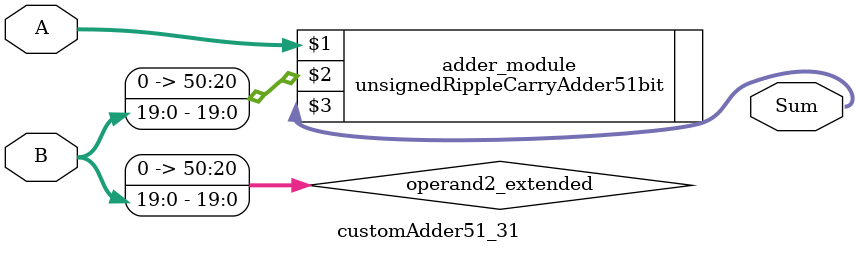
<source format=v>
module customAdder51_31(
                        input [50 : 0] A,
                        input [19 : 0] B,
                        
                        output [51 : 0] Sum
                );

        wire [50 : 0] operand2_extended;
        
        assign operand2_extended =  {31'b0, B};
        
        unsignedRippleCarryAdder51bit adder_module(
            A,
            operand2_extended,
            Sum
        );
        
        endmodule
        
</source>
